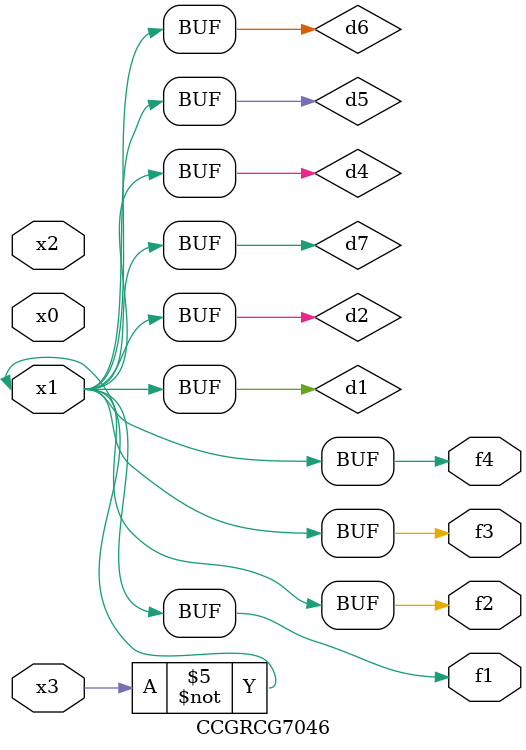
<source format=v>
module CCGRCG7046(
	input x0, x1, x2, x3,
	output f1, f2, f3, f4
);

	wire d1, d2, d3, d4, d5, d6, d7;

	not (d1, x3);
	buf (d2, x1);
	xnor (d3, d1, d2);
	nor (d4, d1);
	buf (d5, d1, d2);
	buf (d6, d4, d5);
	nand (d7, d4);
	assign f1 = d6;
	assign f2 = d7;
	assign f3 = d6;
	assign f4 = d6;
endmodule

</source>
